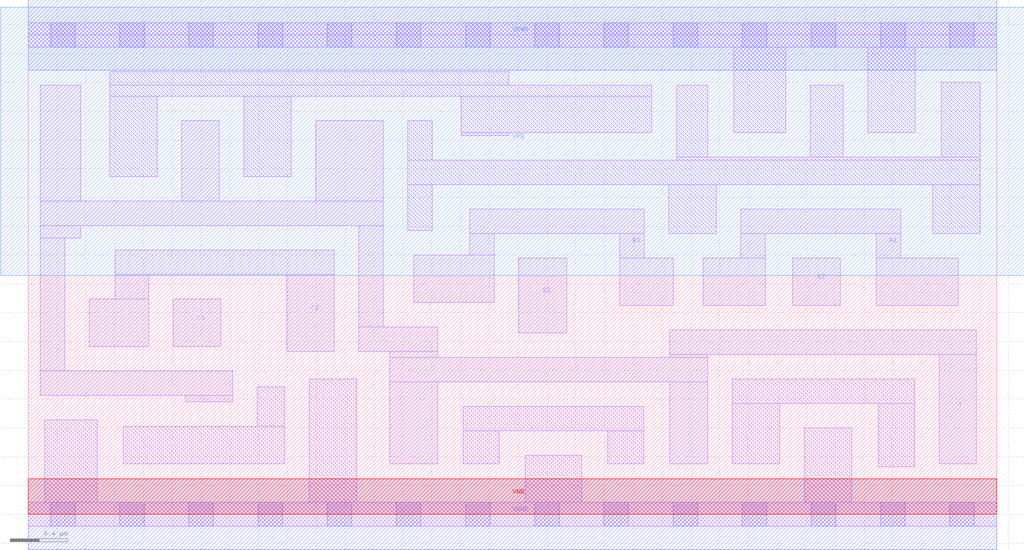
<source format=lef>
# Copyright 2020 The SkyWater PDK Authors
#
# Licensed under the Apache License, Version 2.0 (the "License");
# you may not use this file except in compliance with the License.
# You may obtain a copy of the License at
#
#     https://www.apache.org/licenses/LICENSE-2.0
#
# Unless required by applicable law or agreed to in writing, software
# distributed under the License is distributed on an "AS IS" BASIS,
# WITHOUT WARRANTIES OR CONDITIONS OF ANY KIND, either express or implied.
# See the License for the specific language governing permissions and
# limitations under the License.
#
# SPDX-License-Identifier: Apache-2.0

VERSION 5.7 ;
  NOWIREEXTENSIONATPIN ON ;
  DIVIDERCHAR "/" ;
  BUSBITCHARS "[]" ;
MACRO sky130_fd_sc_hs__a222oi_2
  CLASS CORE ;
  FOREIGN sky130_fd_sc_hs__a222oi_2 ;
  ORIGIN  0.000000  0.000000 ;
  SIZE  6.720000 BY  3.330000 ;
  SYMMETRY X Y ;
  SITE unit ;
  PIN A1
    ANTENNAGATEAREA  0.492000 ;
    DIRECTION INPUT ;
    USE SIGNAL ;
    PORT
      LAYER li1 ;
        RECT 4.685000 1.450000 5.115000 1.780000 ;
        RECT 4.945000 1.780000 5.115000 1.950000 ;
        RECT 4.945000 1.950000 6.055000 2.120000 ;
        RECT 5.885000 1.450000 6.455000 1.780000 ;
        RECT 5.885000 1.780000 6.055000 1.950000 ;
    END
  END A1
  PIN A2
    ANTENNAGATEAREA  0.492000 ;
    DIRECTION INPUT ;
    USE SIGNAL ;
    PORT
      LAYER li1 ;
        RECT 5.305000 1.450000 5.635000 1.780000 ;
    END
  END A2
  PIN B1
    ANTENNAGATEAREA  0.492000 ;
    DIRECTION INPUT ;
    USE SIGNAL ;
    PORT
      LAYER li1 ;
        RECT 2.675000 1.470000 3.235000 1.800000 ;
        RECT 3.065000 1.800000 3.235000 1.950000 ;
        RECT 3.065000 1.950000 4.275000 2.120000 ;
        RECT 4.105000 1.450000 4.475000 1.780000 ;
        RECT 4.105000 1.780000 4.275000 1.950000 ;
    END
  END B1
  PIN B2
    ANTENNAGATEAREA  0.492000 ;
    DIRECTION INPUT ;
    USE SIGNAL ;
    PORT
      LAYER li1 ;
        RECT 3.405000 1.260000 3.735000 1.780000 ;
    END
  END B2
  PIN C1
    ANTENNAGATEAREA  0.492000 ;
    DIRECTION INPUT ;
    USE SIGNAL ;
    PORT
      LAYER li1 ;
        RECT 1.005000 1.165000 1.335000 1.495000 ;
    END
  END C1
  PIN C2
    ANTENNAGATEAREA  0.492000 ;
    DIRECTION INPUT ;
    USE SIGNAL ;
    PORT
      LAYER li1 ;
        RECT 0.425000 1.165000 0.835000 1.495000 ;
        RECT 0.605000 1.495000 0.835000 1.665000 ;
        RECT 0.605000 1.665000 2.125000 1.835000 ;
        RECT 1.795000 1.130000 2.125000 1.665000 ;
    END
  END C2
  PIN Y
    ANTENNADIFFAREA  1.693200 ;
    DIRECTION OUTPUT ;
    USE SIGNAL ;
    PORT
      LAYER li1 ;
        RECT 0.085000 0.825000 1.420000 0.995000 ;
        RECT 0.085000 0.995000 0.255000 1.920000 ;
        RECT 0.085000 1.920000 0.365000 2.005000 ;
        RECT 0.085000 2.005000 2.465000 2.175000 ;
        RECT 0.085000 2.175000 0.365000 2.980000 ;
        RECT 1.065000 2.175000 1.325000 2.735000 ;
        RECT 1.090000 0.780000 1.420000 0.825000 ;
        RECT 1.995000 2.175000 2.465000 2.735000 ;
        RECT 2.295000 1.130000 2.840000 1.300000 ;
        RECT 2.295000 1.300000 2.465000 2.005000 ;
        RECT 2.510000 0.350000 2.840000 0.920000 ;
        RECT 2.510000 0.920000 4.715000 1.090000 ;
        RECT 2.510000 1.090000 2.840000 1.130000 ;
        RECT 4.450000 0.350000 4.715000 0.920000 ;
        RECT 4.450000 1.090000 4.715000 1.110000 ;
        RECT 4.450000 1.110000 6.580000 1.280000 ;
        RECT 6.320000 0.350000 6.580000 1.110000 ;
    END
  END Y
  PIN VGND
    DIRECTION INOUT ;
    USE GROUND ;
    PORT
      LAYER met1 ;
        RECT 0.000000 -0.245000 6.720000 0.245000 ;
    END
  END VGND
  PIN VNB
    DIRECTION INOUT ;
    USE GROUND ;
    PORT
      LAYER pwell ;
        RECT 0.000000 0.000000 6.720000 0.245000 ;
    END
  END VNB
  PIN VPB
    DIRECTION INOUT ;
    USE POWER ;
    PORT
      LAYER nwell ;
        RECT -0.190000 1.660000 6.910000 3.520000 ;
    END
  END VPB
  PIN VPWR
    DIRECTION INOUT ;
    USE POWER ;
    PORT
      LAYER met1 ;
        RECT 0.000000 3.085000 6.720000 3.575000 ;
    END
  END VPWR
  OBS
    LAYER li1 ;
      RECT 0.000000 -0.085000 6.720000 0.085000 ;
      RECT 0.000000  3.245000 6.720000 3.415000 ;
      RECT 0.115000  0.085000 0.480000 0.655000 ;
      RECT 0.565000  2.345000 0.895000 2.905000 ;
      RECT 0.565000  2.905000 4.325000 2.980000 ;
      RECT 0.565000  2.980000 3.335000 3.075000 ;
      RECT 0.660000  0.350000 1.780000 0.610000 ;
      RECT 1.495000  2.345000 1.825000 2.905000 ;
      RECT 1.590000  0.610000 1.780000 0.885000 ;
      RECT 1.950000  0.085000 2.280000 0.940000 ;
      RECT 2.635000  1.970000 2.805000 2.290000 ;
      RECT 2.635000  2.290000 6.605000 2.460000 ;
      RECT 2.635000  2.460000 2.805000 2.735000 ;
      RECT 3.005000  2.630000 3.335000 2.650000 ;
      RECT 3.005000  2.650000 4.325000 2.905000 ;
      RECT 3.020000  0.350000 3.270000 0.580000 ;
      RECT 3.020000  0.580000 4.270000 0.750000 ;
      RECT 3.450000  0.085000 3.840000 0.410000 ;
      RECT 4.020000  0.350000 4.270000 0.580000 ;
      RECT 4.445000  1.950000 4.775000 2.290000 ;
      RECT 4.500000  2.460000 6.605000 2.480000 ;
      RECT 4.500000  2.480000 4.715000 2.980000 ;
      RECT 4.885000  0.350000 5.215000 0.770000 ;
      RECT 4.885000  0.770000 6.150000 0.940000 ;
      RECT 4.895000  2.650000 5.255000 3.245000 ;
      RECT 5.385000  0.085000 5.715000 0.600000 ;
      RECT 5.425000  2.480000 5.655000 2.980000 ;
      RECT 5.825000  2.650000 6.155000 3.245000 ;
      RECT 5.900000  0.330000 6.150000 0.770000 ;
      RECT 6.275000  1.950000 6.605000 2.290000 ;
      RECT 6.335000  2.480000 6.605000 3.000000 ;
    LAYER mcon ;
      RECT 0.155000 -0.085000 0.325000 0.085000 ;
      RECT 0.155000  3.245000 0.325000 3.415000 ;
      RECT 0.635000 -0.085000 0.805000 0.085000 ;
      RECT 0.635000  3.245000 0.805000 3.415000 ;
      RECT 1.115000 -0.085000 1.285000 0.085000 ;
      RECT 1.115000  3.245000 1.285000 3.415000 ;
      RECT 1.595000 -0.085000 1.765000 0.085000 ;
      RECT 1.595000  3.245000 1.765000 3.415000 ;
      RECT 2.075000 -0.085000 2.245000 0.085000 ;
      RECT 2.075000  3.245000 2.245000 3.415000 ;
      RECT 2.555000 -0.085000 2.725000 0.085000 ;
      RECT 2.555000  3.245000 2.725000 3.415000 ;
      RECT 3.035000 -0.085000 3.205000 0.085000 ;
      RECT 3.035000  3.245000 3.205000 3.415000 ;
      RECT 3.515000 -0.085000 3.685000 0.085000 ;
      RECT 3.515000  3.245000 3.685000 3.415000 ;
      RECT 3.995000 -0.085000 4.165000 0.085000 ;
      RECT 3.995000  3.245000 4.165000 3.415000 ;
      RECT 4.475000 -0.085000 4.645000 0.085000 ;
      RECT 4.475000  3.245000 4.645000 3.415000 ;
      RECT 4.955000 -0.085000 5.125000 0.085000 ;
      RECT 4.955000  3.245000 5.125000 3.415000 ;
      RECT 5.435000 -0.085000 5.605000 0.085000 ;
      RECT 5.435000  3.245000 5.605000 3.415000 ;
      RECT 5.915000 -0.085000 6.085000 0.085000 ;
      RECT 5.915000  3.245000 6.085000 3.415000 ;
      RECT 6.395000 -0.085000 6.565000 0.085000 ;
      RECT 6.395000  3.245000 6.565000 3.415000 ;
  END
END sky130_fd_sc_hs__a222oi_2
END LIBRARY

</source>
